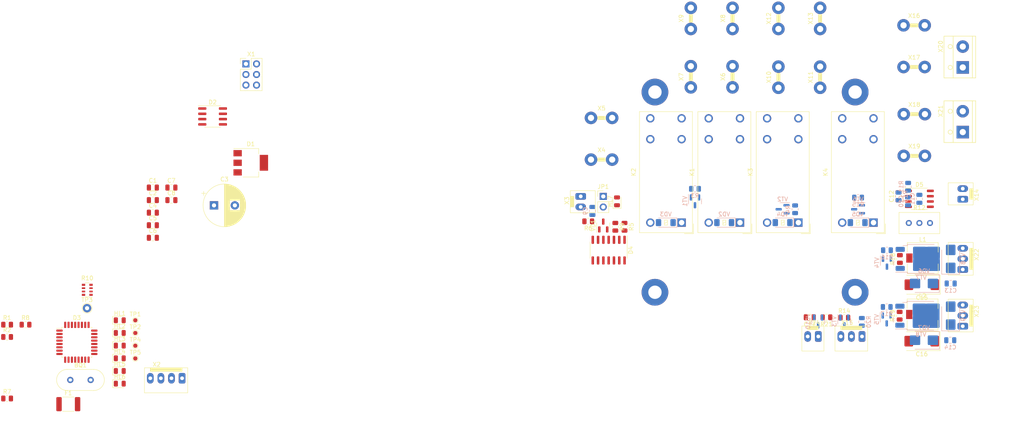
<source format=kicad_pcb>
(kicad_pcb (version 20221018) (generator pcbnew)

  (general
    (thickness 1.6)
  )

  (paper "A4")
  (layers
    (0 "F.Cu" signal)
    (31 "B.Cu" signal)
    (32 "B.Adhes" user "B.Adhesive")
    (33 "F.Adhes" user "F.Adhesive")
    (34 "B.Paste" user)
    (35 "F.Paste" user)
    (36 "B.SilkS" user "B.Silkscreen")
    (37 "F.SilkS" user "F.Silkscreen")
    (38 "B.Mask" user)
    (39 "F.Mask" user)
    (40 "Dwgs.User" user "User.Drawings")
    (41 "Cmts.User" user "User.Comments")
    (42 "Eco1.User" user "User.Eco1")
    (43 "Eco2.User" user "User.Eco2")
    (44 "Edge.Cuts" user)
    (45 "Margin" user)
    (46 "B.CrtYd" user "B.Courtyard")
    (47 "F.CrtYd" user "F.Courtyard")
    (48 "B.Fab" user)
    (49 "F.Fab" user)
    (50 "User.1" user)
    (51 "User.2" user)
    (52 "User.3" user)
    (53 "User.4" user)
    (54 "User.5" user)
    (55 "User.6" user)
    (56 "User.7" user)
    (57 "User.8" user)
    (58 "User.9" user)
  )

  (setup
    (pad_to_mask_clearance 0)
    (pcbplotparams
      (layerselection 0x00010fc_ffffffff)
      (plot_on_all_layers_selection 0x0000000_00000000)
      (disableapertmacros false)
      (usegerberextensions false)
      (usegerberattributes true)
      (usegerberadvancedattributes true)
      (creategerberjobfile true)
      (dashed_line_dash_ratio 12.000000)
      (dashed_line_gap_ratio 3.000000)
      (svgprecision 4)
      (plotframeref false)
      (viasonmask false)
      (mode 1)
      (useauxorigin false)
      (hpglpennumber 1)
      (hpglpenspeed 20)
      (hpglpendiameter 15.000000)
      (dxfpolygonmode true)
      (dxfimperialunits true)
      (dxfusepcbnewfont true)
      (psnegative false)
      (psa4output false)
      (plotreference true)
      (plotvalue true)
      (plotinvisibletext false)
      (sketchpadsonfab false)
      (subtractmaskfromsilk false)
      (outputformat 1)
      (mirror false)
      (drillshape 1)
      (scaleselection 1)
      (outputdirectory "")
    )
  )

  (net 0 "")
  (net 1 "Net-(D3-PF1)")
  (net 2 "Net-(D3-PF0)")
  (net 3 "GND")
  (net 4 "+12V")
  (net 5 "+3V3")
  (net 6 "E_STOP")
  (net 7 "Net-(D5A--)")
  (net 8 "Net-(D5A-+)")
  (net 9 "WATER")
  (net 10 "Net-(VD8-K)")
  (net 11 "Net-(VD9-K)")
  (net 12 "LIGHTS_SW")
  (net 13 "U1_RX")
  (net 14 "TXEN")
  (net 15 "U1_TX")
  (net 16 "Net-(D2-A)")
  (net 17 "Net-(D2-B)")
  (net 18 "RESET")
  (net 19 "Net-(D3-PA2)")
  (net 20 "Net-(D3-PA3)")
  (net 21 "LIGHTS")
  (net 22 "RL_EN")
  (net 23 "LED_AUX")
  (net 24 "LED_MAIN")
  (net 25 "LED_ERR")
  (net 26 "LED_ACT")
  (net 27 "unconnected-(D3-PA12-Pad22)")
  (net 28 "SWDIO")
  (net 29 "SWCLK")
  (net 30 "RL_AUX")
  (net 31 "RL_MAIN_uC")
  (net 32 "MOTOR1")
  (net 33 "MOTOR2")
  (net 34 "Net-(D3-PB6)")
  (net 35 "Net-(D3-PB7)")
  (net 36 "Net-(D4A-B)")
  (net 37 "LED_STOP")
  (net 38 "Net-(D4D-A)")
  (net 39 "RL_MAIN")
  (net 40 "Net-(X2-Pin_1)")
  (net 41 "unconnected-(H1-Pad1)")
  (net 42 "unconnected-(H2-Pad1)")
  (net 43 "unconnected-(H3-Pad1)")
  (net 44 "Net-(HL1-K)")
  (net 45 "Net-(HL2-K)")
  (net 46 "Net-(HL3-K)")
  (net 47 "Net-(HL4-K)")
  (net 48 "Net-(HL5-K)")
  (net 49 "Net-(HL6-K)")
  (net 50 "Net-(HL7-K)")
  (net 51 "/L_IN")
  (net 52 "/L_MAIN")
  (net 53 "Net-(VD2-A)")
  (net 54 "/N_IN")
  (net 55 "/N_MAIN")
  (net 56 "/L_AUX")
  (net 57 "/N_AUX")
  (net 58 "Net-(VD4-A)")
  (net 59 "Net-(X18-Pin_1)")
  (net 60 "Net-(X17-Pin_1)")
  (net 61 "Net-(X19-Pin_1)")
  (net 62 "Net-(X16-Pin_1)")
  (net 63 "Net-(VD5-A)")
  (net 64 "Net-(VD6-K)")
  (net 65 "Net-(VD7-K)")
  (net 66 "Net-(VT4-D)")
  (net 67 "Net-(VT5-D)")
  (net 68 "Net-(X15-Pin_1)")
  (net 69 "Net-(VT3-D)")
  (net 70 "unconnected-(X1-Pin_4-Pad4)")
  (net 71 "unconnected-(X15-Pin_2-Pad2)")
  (net 72 "unconnected-(X22-Pin_2-Pad2)")
  (net 73 "unconnected-(X23-Pin_2-Pad2)")

  (footprint "Package_SO:SOIC-8_3.9x4.9mm_P1.27mm" (layer "F.Cu") (at -6.06 55.85))

  (footprint "Relay_THT:Relay_SPST_Omron_G2RL-1A-E" (layer "F.Cu") (at 106.3875 81.3 180))

  (footprint "Ecohim:Connector_TAB_6.35mm" (layer "F.Cu") (at 108.6 32.34 90))

  (footprint "Capacitor_SMD:C_0805_2012Metric" (layer "F.Cu") (at 158.4 75 90))

  (footprint "Resistor_SMD:R_0805_2012Metric" (layer "F.Cu") (at -55.33 108.72))

  (footprint "LED_SMD:LED_0805_2012Metric" (layer "F.Cu") (at -28.32 113.835))

  (footprint "TestPoint:TestPoint_Pad_D1.0mm" (layer "F.Cu") (at -24.59 104.72))

  (footprint "Ecohim:DS1070-3_WF-3_CONNFLY" (layer "F.Cu") (at 173.8 87.46 -90))

  (footprint "LED_SMD:LED_0805_2012Metric" (layer "F.Cu") (at -28.32 116.875))

  (footprint "Resistor_SMD:R_0805_2012Metric" (layer "F.Cu") (at 141.12 104 180))

  (footprint "Ecohim:Connector_TAB_6.35mm" (layer "F.Cu") (at 129.6 32.34 90))

  (footprint "LED_SMD:LED_0805_2012Metric" (layer "F.Cu") (at -28.32 107.755))

  (footprint "Capacitor_SMD:C_0805_2012Metric" (layer "F.Cu") (at 137.12 104 180))

  (footprint "Fuse:Fuse_1812_4532Metric_Pad1.30x3.40mm_HandSolder" (layer "F.Cu") (at -40.66 124.83))

  (footprint "Ecohim:Connector_TAB_6.35mm" (layer "F.Cu") (at 139.6 46.44 90))

  (footprint "Capacitor_SMD:C_0805_2012Metric" (layer "F.Cu") (at -20.39 84.94))

  (footprint "TestPoint:TestPoint_Pad_D1.0mm" (layer "F.Cu") (at -24.59 110.82))

  (footprint "Ecohim:Connector_TAB_6.35mm" (layer "F.Cu") (at 129.6 46.44 90))

  (footprint "Ecohim:Connector_TAB_6.35mm" (layer "F.Cu") (at 118.6 32.34 90))

  (footprint "Resistor_SMD:R_0805_2012Metric" (layer "F.Cu") (at 92.7 82.3 -90))

  (footprint "Ecohim:Connector_TAB_6.35mm" (layer "F.Cu") (at 162.14 34))

  (footprint "Resistor_SMD:R_Array_Convex_4x0603" (layer "F.Cu") (at -36.11 97.42))

  (footprint "Ecohim:TerminalBlock_KLS2-301-5.00-02P" (layer "F.Cu") (at 173.8 57.1 90))

  (footprint "Resistor_SMD:R_0805_2012Metric" (layer "F.Cu") (at 84 81 180))

  (footprint "Relay_THT:Relay_DPST_Omron_G2RL-2A" (layer "F.Cu") (at 152.4 81.3 180))

  (footprint "Capacitor_SMD:C_0805_2012Metric" (layer "F.Cu") (at -15.94 75.91))

  (footprint "TestPoint:TestPoint_Pad_D1.0mm" (layer "F.Cu") (at -24.59 107.77))

  (footprint "Package_TO_SOT_SMD:SOT-23" (layer "F.Cu") (at 87.6 82 90))

  (footprint "Capacitor_SMD:C_0805_2012Metric" (layer "F.Cu") (at -20.39 78.92))

  (footprint "Connector_PinHeader_2.54mm:PinHeader_2x03_P2.54mm_Vertical" (layer "F.Cu") (at 1.93 43.25))

  (footprint "MountingHole:MountingHole_3.2mm_M3_Pad" (layer "F.Cu") (at 100 98))

  (footprint "LED_SMD:LED_0805_2012Metric" (layer "F.Cu") (at -28.32 104.715))

  (footprint "Ecohim:Connector_TAB_6.35mm" (layer "F.Cu") (at 162.1875 55.3))

  (footprint "Ecohim:Connector_TAB_6.35mm" (layer "F.Cu") (at 139.6 32.34 90))

  (footprint "Package_SO:SOIC-14_3.9x8.7mm_P1.27mm" (layer "F.Cu") (at 88.9 87.9 -90))

  (footprint "Package_TO_SOT_SMD:SOT-223-3_TabPin2" (layer "F.Cu") (at 3.09 66.96))

  (footprint "Resistor_SMD:R_0805_2012Metric" (layer "F.Cu") (at 158.665 103.625 90))

  (footprint "MountingHole:MountingHole_3.2mm_M3_Pad" (layer "F.Cu") (at 100 50))

  (footprint "Resistor_SMD:R_0805_2012Metric" (layer "F.Cu") (at 158.725 90.025 90))

  (footprint "MountingHole:MountingHole_3.2mm_M3_Pad" (layer "F.Cu") (at 148 98))

  (footprint "TestPoint:TestPoint_Pad_D1.0mm" (layer "F.Cu") (at -24.59 113.87))

  (footprint "Ecohim:TerminalBlock_KLS2-301-5.00-02P" (layer "F.Cu") (at 173.8 41.6 90))

  (footprint "Ecohim:Connector_TAB_6.35mm" (layer "F.Cu") (at 108.6 46.34 90))

  (footprint "LED_SMD:LED_0805_2012Metric" (layer "F.Cu") (at 90.9 76.2 90))

  (footprint "Resistor_SMD:R_0805_2012Metric" (layer "F.Cu") (at -55.33 123.47))

  (footprint "LED_SMD:LED_0805_2012Metric" (layer "F.Cu") (at -28.32 110.795))

  (footprint "Potentiometer_THT:Potentiometer_Bourns_3296W_Vertical" (layer "F.Cu") (at 165.94 81.4))

  (footprint "Capacitor_SMD:C_0805_2012Metric" (layer "F.Cu") (at -20.39 75.91))

  (footprint "Ecohim:DS1070-3_WF-3_CONNFLY" (layer "F.Cu") (at 173.8 101.06 -90))

  (footprint "TestPoint:TestPoint_THTPad_D2.0mm_Drill1.0mm" (layer "F.Cu") (at -36.16 101.82))

  (footprint "Ecohim:L_7.3x7.3_H4.5" (layer "F.Cu") (at 164.2 89.8))

  (footprint "Resistor_SMD:R_0805_2012Metric" (layer "F.Cu") (at -50.92 105.77))

  (footprint "Capacitor_SMD:C_0805_2012Metric" (layer "F.Cu") (at -15.94 72.9))

  (footprint "Ecohim:Connector_TAB_6.35mm" (layer "F.Cu") (at 162.14 44))

  (footprint "Relay_THT:Relay_DPST_Omron_G2RL-2A" (layer "F.Cu") (at 134.3875 81.3 180))

  (footprint "Capacitor_Tantalum_SMD:CP_EIA-7343-31_Kemet-D" (layer "F.Cu") (at 163.965 109.725 180))

  (footprint "Ecohim:DS1070-2_WF-2_CONNFLY" (layer "F.Cu") (at 173.8 73.16 -90))

  (footprint "Capacitor_Tantalum_SMD:CP_EIA-7343-31_Kemet-D" (layer "F.Cu") (at 164 96.2 180))

  (footprint "MountingHole:MountingHole_3.2mm_M3_Pad" (layer "F.Cu") (at 148 50))

  (footprint "Ecohim:Connector_TAB_6.35mm" (layer "F.Cu") (at 118.6 46.34 90))

  (footprint "Resistor_SMD:R_0805_2012Metric" (layer "F.Cu") (at -55.33 105.77))

  (footprint "Package_SO:SOP-8_3.9x4.9mm_P1.27mm" (layer "F.Cu")
    (tstamp cc664ecd-ff80-46c5-b513-0eae4b8e19f0)
    (at 163.4 75.6)
    (descr "SOP, 8 Pin (http://www.macronix.com/Lists/Datasheet/Attachments/7534/MX25R3235F,%20Wide%20Range,%2032Mb,%20v1.6.pdf#page=79), generated with kicad-footprint-generator ipc_gullwing_generator.py")
    (tags "SOP SO")
    (property "Sheetfile" "RS485_Relay_V2R1.kicad_sch")
    (property "Sheetname" "")
    (property "ki_description" "Low-Power, Low-Offset Voltage, Dual Comparators, DIP-8/SOIC-8/TO-99-8")
    (property "ki_keywords" "cmp open collector")
    (path "/51d9d36a-1717-4a23-96e2-9409018c7762")
    (attr smd)
    (fp_text reference "D5" (at 0 -3.4) (layer "F.SilkS")
        (effects (font (size 1 1) (thickness 0.15)))
      (tstamp 7528f148-1ed7-4de0-ae7e-0a38b2fedf16)
    )
    (fp_text value "LM393" (at 0 3.4) (layer "F.Fab")
        (effects (font (size 1 1) (thickness 0.15)))
      (tstamp e336a0c8-d2e0-4cc4-8923-b3478b761b67)
    )
    (fp_text user "${REFERENCE}" (at 0 0) (layer "F.Fab")
        (effects (font (size 0.98 0.98) (thickness 0.15)))
      (tstamp c47be005-e696-4827-9076-5ba702e6864f)
    )
    (fp_line (start 0 -2.56) (end -3.45 -2.56)
      (stroke (width 0.12) (type solid)) (layer "F.SilkS") (tstamp dd03b1de-a2cf-46ee-a56a-6c236a09ce7a))
    (fp_line (start 0 -2.56) (end 1.95 -2.56)
      (stroke (width 0.12) (type solid)) (layer "F.SilkS") (tstamp 56d8d7e0-fbfb-4331-96cc-34a5b43b7cf7))
    (fp_line (start 0 2.56) (end -1.95 2.56)
      (stroke (width 0.12) (type solid)) (layer "F.SilkS") (tstamp 88289659-2f59-4b49-aef5-a09d85b97267))
    (fp_line (start 0 2.56) (end 1.95 2.56)
      (stroke (width 0.12) (type solid)) (layer "F.SilkS") (tstamp cc2e6eac-5478-434d-a695-21d4999f1e94))
    (fp_line (start -3.7 -2.7) (end -3.7 2.7)
      (stroke (width 0.05) (type solid)) (layer "F.CrtYd") (tstamp 0e90cfeb-421e-461a-ad87-be966e69d49d))
    (fp_line (start -3.7 2.7) (end 3.7 2.7)
      (stroke (width 0.05) (type solid)) (layer "F.CrtYd") (tstamp 1d8182dd-e31b-4fb2-95f5-a3c7e8b5078f))
    (fp_line (start 3.7 -2.7) (end -3.7 -2.7)
      (stroke (width 0.05) (type solid)) (layer "F.CrtYd") (tstamp 626df6de-312f-4ad0-89c2-81b300f75499))
    (fp_line (start 3.7 2.7) (end 3.7 -2.7)
      (stroke (width 0.05) (type solid)) (layer "F.CrtYd") (tstamp 8c366cc9-a218-4a62-a12b-33b5b06a4988))
    (fp_line (start -1.95 -1.475) (end -0.975 -2.45)
      (stroke (width 0.1) (type solid)) (layer "F.Fab") (tstamp 511e7bd8-478a-4850-a7aa-c06ded2d074e))
    (fp_line (start -1.95 2.45) (end -1.95 -1.475)
      (stroke (width 0.1) (type solid)) (layer "F.Fab") (tstamp 6690d87c-22cb-4489-80da-cf2a2bffd571))
    (fp_line (start -0.975 -2.45) (end 1.95 -2.45)
      (stroke (width 0.1) (type solid)) (layer "F.Fab") (tstamp e2b00d83-84ea-4bfd-b68a-cc3382227cb6))
    (fp_line (start 1.95 -2.45) (end 1.95 2.45)
      (stroke (width 0.1) (type solid)) (layer "F.Fab") (
... [223548 chars truncated]
</source>
